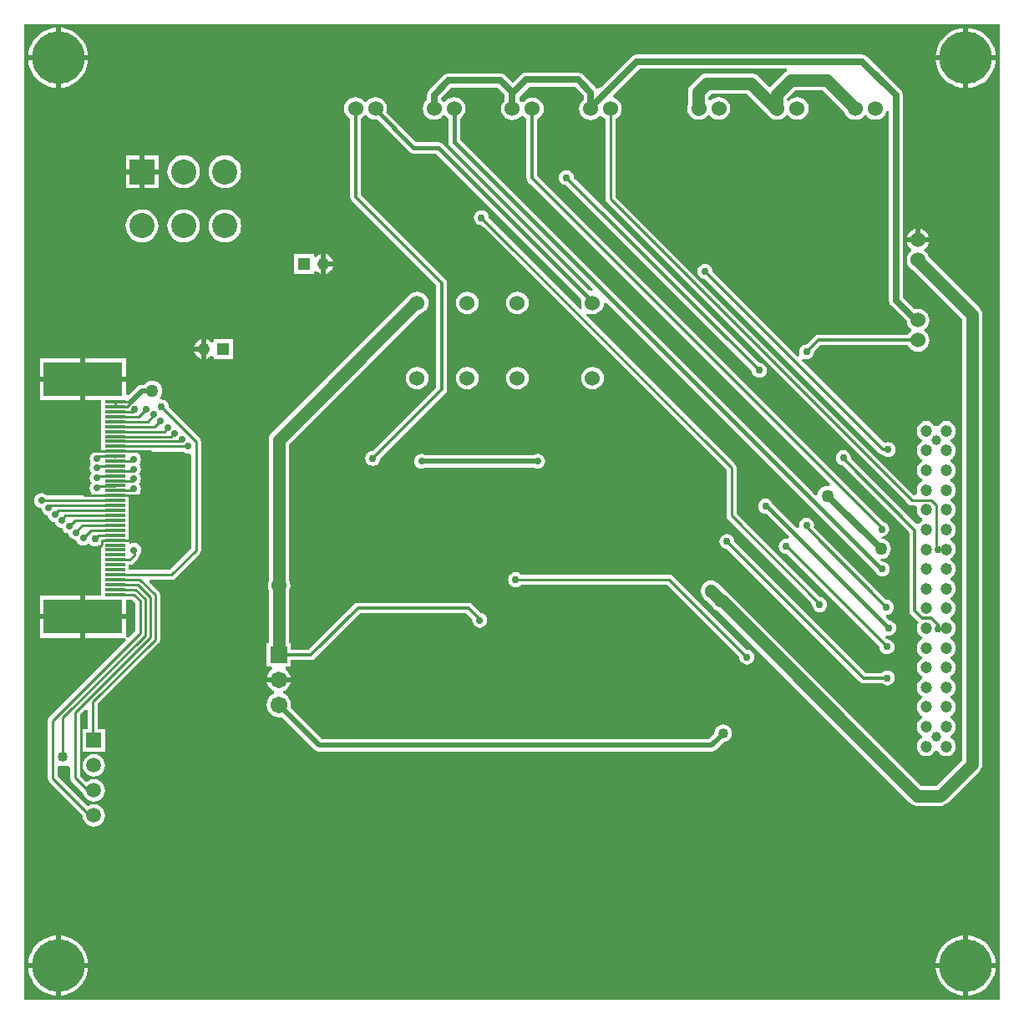
<source format=gbl>
%FSLAX23Y23*%
%MOIN*%
G70*
G01*
G75*
G04 Layer_Physical_Order=2*
G04 Layer_Color=16711680*
%ADD10R,0.063X0.071*%
%ADD11R,0.028X0.035*%
%ADD12R,0.047X0.013*%
%ADD13R,0.071X0.063*%
%ADD14R,0.022X0.057*%
%ADD15R,0.022X0.057*%
%ADD16R,0.315X0.138*%
%ADD17R,0.079X0.012*%
%ADD18R,0.130X0.060*%
%ADD19O,0.028X0.098*%
%ADD20R,0.033X0.039*%
%ADD21R,0.033X0.039*%
%ADD22C,0.060*%
%ADD23R,0.118X0.039*%
%ADD24C,0.010*%
%ADD25C,0.012*%
%ADD26C,0.015*%
%ADD27C,0.050*%
%ADD28C,0.020*%
%ADD29C,0.025*%
%ADD30R,0.049X0.049*%
%ADD31C,0.049*%
%ADD32C,0.067*%
%ADD33R,0.067X0.067*%
%ADD34R,0.100X0.100*%
%ADD35C,0.100*%
%ADD36C,0.210*%
%ADD37R,0.059X0.059*%
%ADD38C,0.059*%
%ADD39C,0.047*%
%ADD40C,0.039*%
%ADD41C,0.030*%
%ADD42C,0.029*%
%ADD43C,0.040*%
%ADD44C,0.050*%
G36*
X3759Y-136D02*
X-135Y-136D01*
X-135Y3757D01*
X3759Y3757D01*
X3759Y-136D01*
X3759Y-136D02*
G37*
%LPC*%
G36*
X1913Y2042D02*
X1905Y2041D01*
X1898Y2038D01*
X1898Y2037D01*
X1465Y2037D01*
X1465Y2038D01*
X1458Y2041D01*
X1450Y2042D01*
X1442Y2041D01*
X1435Y2038D01*
X1429Y2033D01*
X1424Y2027D01*
X1421Y2020D01*
X1420Y2012D01*
X1421Y2004D01*
X1424Y1997D01*
X1429Y1991D01*
X1435Y1986D01*
X1442Y1983D01*
X1450Y1982D01*
X1458Y1983D01*
X1465Y1986D01*
X1465Y1987D01*
X1898Y1987D01*
X1898Y1986D01*
X1905Y1983D01*
X1913Y1982D01*
X1921Y1983D01*
X1928Y1986D01*
X1934Y1991D01*
X1939Y1997D01*
X1942Y2004D01*
X1943Y2012D01*
X1942Y2020D01*
X1939Y2027D01*
X1934Y2033D01*
X1928Y2038D01*
X1921Y2041D01*
X1913Y2042D01*
X1913Y2042D02*
G37*
G36*
X89Y2329D02*
X-73Y2329D01*
X-73Y2255D01*
X89Y2255D01*
X89Y2329D01*
X89Y2329D02*
G37*
G36*
X375Y2334D02*
X365Y2333D01*
X355Y2329D01*
X346Y2323D01*
X343Y2317D01*
X333Y2317D01*
X323Y2316D01*
X315Y2310D01*
X281Y2276D01*
X272Y2280D01*
X272Y2329D01*
X109Y2329D01*
X109Y2255D01*
X171Y2255D01*
X171Y2231D01*
X171Y2189D01*
X171Y2152D01*
X171Y2110D01*
X171Y2090D01*
X171Y2071D01*
X171Y2052D01*
X158Y2052D01*
X155Y2053D01*
X147Y2052D01*
X140Y2049D01*
X134Y2044D01*
X129Y2038D01*
X126Y2031D01*
X125Y2023D01*
X126Y2015D01*
X129Y2008D01*
X132Y2004D01*
X129Y2000D01*
X126Y1993D01*
X125Y1985D01*
X126Y1977D01*
X129Y1970D01*
X133Y1965D01*
X129Y1960D01*
X126Y1953D01*
X125Y1945D01*
X126Y1937D01*
X129Y1930D01*
X133Y1925D01*
X129Y1920D01*
X126Y1913D01*
X125Y1905D01*
X126Y1897D01*
X129Y1890D01*
X133Y1885D01*
X131Y1880D01*
X128Y1876D01*
X-46Y1876D01*
X-46Y1876D01*
X-52Y1881D01*
X-59Y1884D01*
X-67Y1885D01*
X-75Y1884D01*
X-82Y1881D01*
X-88Y1876D01*
X-93Y1870D01*
X-96Y1863D01*
X-97Y1855D01*
X-96Y1847D01*
X-93Y1840D01*
X-88Y1834D01*
X-82Y1829D01*
X-75Y1826D01*
X-68Y1825D01*
X-67Y1819D01*
X-64Y1812D01*
X-59Y1806D01*
X-53Y1801D01*
X-46Y1798D01*
X-42Y1798D01*
X-42Y1792D01*
X-39Y1785D01*
X-34Y1779D01*
X-28Y1774D01*
X-21Y1771D01*
X-14Y1770D01*
X-14Y1769D01*
X-11Y1762D01*
X-6Y1756D01*
X0Y1751D01*
X7Y1748D01*
X14Y1747D01*
X14Y1746D01*
X17Y1739D01*
X22Y1733D01*
X28Y1728D01*
X35Y1725D01*
X42Y1724D01*
X42Y1720D01*
X45Y1713D01*
X50Y1707D01*
X56Y1702D01*
X63Y1699D01*
X71Y1698D01*
X71Y1698D01*
X74Y1691D01*
X79Y1685D01*
X85Y1680D01*
X92Y1677D01*
X100Y1676D01*
X108Y1677D01*
X115Y1680D01*
X121Y1685D01*
X121Y1685D01*
X125Y1681D01*
X125Y1681D01*
X125Y1681D01*
X125Y1681D01*
X131Y1676D01*
X138Y1673D01*
X146Y1672D01*
X154Y1673D01*
X161Y1676D01*
X162Y1677D01*
X171Y1672D01*
X171Y1657D01*
X171Y1640D01*
X171Y1598D01*
X171Y1579D01*
X171Y1561D01*
X171Y1520D01*
X171Y1480D01*
X171Y1476D01*
X109Y1476D01*
X109Y1402D01*
X272Y1402D01*
X272Y1461D01*
X280Y1461D01*
X280Y1461D01*
X291Y1461D01*
X306Y1446D01*
X306Y1334D01*
X281Y1309D01*
X275Y1311D01*
X275Y1311D01*
X272Y1313D01*
X272Y1382D01*
X109Y1382D01*
X109Y1308D01*
X267Y1308D01*
X268Y1304D01*
X268Y1304D01*
X271Y1298D01*
X-35Y992D01*
X-40Y986D01*
X-41Y978D01*
X-41Y747D01*
X-41Y747D01*
X-41Y747D01*
X-40Y739D01*
X-35Y733D01*
X97Y600D01*
X97Y599D01*
X99Y587D01*
X103Y577D01*
X110Y567D01*
X120Y560D01*
X130Y556D01*
X142Y554D01*
X154Y556D01*
X164Y560D01*
X174Y567D01*
X181Y577D01*
X185Y587D01*
X187Y599D01*
X185Y611D01*
X181Y621D01*
X174Y631D01*
X164Y638D01*
X154Y642D01*
X142Y644D01*
X130Y642D01*
X120Y638D01*
X118Y637D01*
X-1Y755D01*
X-1Y793D01*
X8Y799D01*
X10Y798D01*
X19Y797D01*
X28Y798D01*
X37Y801D01*
X46Y790D01*
X46Y750D01*
X46Y750D01*
X46Y750D01*
X47Y742D01*
X52Y736D01*
X98Y689D01*
X99Y687D01*
X103Y677D01*
X110Y667D01*
X120Y660D01*
X130Y656D01*
X142Y654D01*
X154Y656D01*
X164Y660D01*
X174Y667D01*
X181Y677D01*
X185Y687D01*
X187Y699D01*
X185Y711D01*
X181Y721D01*
X174Y731D01*
X164Y738D01*
X154Y742D01*
X142Y744D01*
X130Y742D01*
X120Y738D01*
X112Y732D01*
X86Y758D01*
X86Y1001D01*
X109Y1024D01*
X119Y1020D01*
X119Y944D01*
X97Y944D01*
X97Y854D01*
X187Y854D01*
X187Y944D01*
X159Y944D01*
X159Y1045D01*
X400Y1286D01*
X400Y1286D01*
X403Y1290D01*
X405Y1293D01*
X406Y1301D01*
X406Y1301D01*
X406Y1301D01*
X406Y1301D01*
X406Y1479D01*
X405Y1487D01*
X400Y1494D01*
X364Y1531D01*
X367Y1540D01*
X452Y1540D01*
X460Y1541D01*
X467Y1546D01*
X467Y1546D01*
X467Y1546D01*
X564Y1644D01*
X564Y1644D01*
X569Y1650D01*
X569Y1650D01*
X569Y1650D01*
X570Y1658D01*
X570Y1658D01*
X570Y2091D01*
X569Y2099D01*
X567Y2101D01*
X564Y2105D01*
X564Y2105D01*
X442Y2228D01*
X442Y2229D01*
X441Y2237D01*
X438Y2244D01*
X433Y2250D01*
X427Y2255D01*
X420Y2258D01*
X412Y2259D01*
X410Y2259D01*
X405Y2268D01*
X410Y2274D01*
X414Y2284D01*
X415Y2294D01*
X414Y2304D01*
X410Y2314D01*
X404Y2323D01*
X395Y2329D01*
X385Y2333D01*
X375Y2334D01*
X375Y2334D02*
G37*
G36*
X1432Y2689D02*
X1420Y2688D01*
X1409Y2683D01*
X1400Y2676D01*
X1393Y2667D01*
X851Y2126D01*
X845Y2117D01*
X841Y2107D01*
X840Y2097D01*
X840Y2097D01*
X840Y1534D01*
X837Y1528D01*
X836Y1516D01*
X837Y1504D01*
X840Y1498D01*
X840Y1288D01*
X832Y1288D01*
X832Y1192D01*
X852Y1192D01*
X853Y1188D01*
X855Y1182D01*
X845Y1175D01*
X838Y1164D01*
X833Y1153D01*
X832Y1150D01*
X928Y1150D01*
X927Y1153D01*
X922Y1164D01*
X915Y1175D01*
X905Y1182D01*
X907Y1188D01*
X908Y1192D01*
X928Y1192D01*
X928Y1219D01*
X1009Y1219D01*
X1017Y1220D01*
X1024Y1225D01*
X1024Y1225D01*
X1024Y1225D01*
X1205Y1406D01*
X1628Y1406D01*
X1653Y1381D01*
X1652Y1378D01*
X1653Y1370D01*
X1656Y1363D01*
X1661Y1357D01*
X1667Y1352D01*
X1674Y1349D01*
X1682Y1348D01*
X1690Y1349D01*
X1697Y1352D01*
X1703Y1357D01*
X1708Y1363D01*
X1711Y1370D01*
X1712Y1378D01*
X1711Y1386D01*
X1708Y1393D01*
X1703Y1399D01*
X1697Y1404D01*
X1690Y1407D01*
X1687Y1407D01*
X1652Y1442D01*
X1645Y1447D01*
X1637Y1448D01*
X1196Y1448D01*
X1188Y1447D01*
X1181Y1442D01*
X1000Y1261D01*
X928Y1261D01*
X928Y1288D01*
X920Y1288D01*
X920Y1493D01*
X925Y1504D01*
X926Y1516D01*
X925Y1528D01*
X920Y1539D01*
X920Y2080D01*
X1440Y2600D01*
X1444Y2600D01*
X1455Y2605D01*
X1464Y2612D01*
X1471Y2621D01*
X1476Y2632D01*
X1477Y2644D01*
X1476Y2656D01*
X1471Y2667D01*
X1464Y2676D01*
X1455Y2683D01*
X1444Y2688D01*
X1432Y2689D01*
X1432Y2689D02*
G37*
G36*
X89Y1476D02*
X-73Y1476D01*
X-73Y1402D01*
X89Y1402D01*
X89Y1476D01*
X89Y1476D02*
G37*
G36*
X2823Y1863D02*
X2815Y1862D01*
X2808Y1859D01*
X2802Y1854D01*
X2797Y1848D01*
X2794Y1841D01*
X2793Y1833D01*
X2794Y1825D01*
X2797Y1818D01*
X2802Y1812D01*
X2808Y1807D01*
X2815Y1804D01*
X2823Y1803D01*
X2825Y1803D01*
X2917Y1712D01*
X2913Y1702D01*
X2905Y1703D01*
X2897Y1702D01*
X2890Y1699D01*
X2884Y1694D01*
X2879Y1688D01*
X2876Y1681D01*
X2875Y1673D01*
X2876Y1665D01*
X2879Y1658D01*
X2884Y1652D01*
X2890Y1647D01*
X2897Y1644D01*
X2905Y1643D01*
X2906Y1643D01*
X3277Y1272D01*
X3278Y1264D01*
X3281Y1257D01*
X3286Y1251D01*
X3292Y1246D01*
X3299Y1243D01*
X3307Y1242D01*
X3315Y1243D01*
X3322Y1246D01*
X3328Y1251D01*
X3333Y1257D01*
X3336Y1264D01*
X3337Y1272D01*
X3336Y1280D01*
X3333Y1287D01*
X3328Y1293D01*
X3322Y1298D01*
X3315Y1301D01*
X3307Y1302D01*
X3299Y1310D01*
X3305Y1318D01*
X3306Y1318D01*
X3314Y1317D01*
X3322Y1318D01*
X3329Y1321D01*
X3335Y1326D01*
X3340Y1332D01*
X3343Y1339D01*
X3344Y1347D01*
X3343Y1355D01*
X3340Y1362D01*
X3335Y1368D01*
X3329Y1373D01*
X3322Y1376D01*
X3317Y1377D01*
X3304Y1390D01*
X3305Y1400D01*
X3313Y1401D01*
X3320Y1404D01*
X3326Y1409D01*
X3331Y1415D01*
X3334Y1422D01*
X3335Y1430D01*
X3334Y1438D01*
X3331Y1445D01*
X3326Y1451D01*
X3320Y1456D01*
X3313Y1459D01*
X3305Y1460D01*
X3015Y1750D01*
X3016Y1757D01*
X3015Y1765D01*
X3012Y1772D01*
X3007Y1778D01*
X3001Y1783D01*
X2994Y1786D01*
X2986Y1787D01*
X2978Y1786D01*
X2971Y1783D01*
X2965Y1778D01*
X2960Y1772D01*
X2957Y1765D01*
X2956Y1757D01*
X2957Y1750D01*
X2948Y1746D01*
X2852Y1841D01*
X2849Y1848D01*
X2844Y1854D01*
X2838Y1859D01*
X2831Y1862D01*
X2823Y1863D01*
X2823Y1863D02*
G37*
G36*
X1432Y2389D02*
X1420Y2388D01*
X1409Y2383D01*
X1400Y2376D01*
X1393Y2367D01*
X1388Y2356D01*
X1387Y2344D01*
X1388Y2332D01*
X1393Y2321D01*
X1400Y2312D01*
X1409Y2305D01*
X1420Y2300D01*
X1432Y2299D01*
X1444Y2300D01*
X1455Y2305D01*
X1464Y2312D01*
X1471Y2321D01*
X1476Y2332D01*
X1477Y2344D01*
X1476Y2356D01*
X1471Y2367D01*
X1464Y2376D01*
X1455Y2383D01*
X1444Y2388D01*
X1432Y2389D01*
X1432Y2389D02*
G37*
G36*
X2028Y3174D02*
X2020Y3173D01*
X2013Y3170D01*
X2007Y3165D01*
X2002Y3159D01*
X1999Y3152D01*
X1998Y3144D01*
X1999Y3136D01*
X2002Y3129D01*
X2007Y3123D01*
X2013Y3118D01*
X2020Y3115D01*
X2028Y3114D01*
X2768Y2374D01*
X2769Y2367D01*
X2772Y2360D01*
X2777Y2354D01*
X2783Y2349D01*
X2790Y2346D01*
X2798Y2345D01*
X2806Y2346D01*
X2813Y2349D01*
X2819Y2354D01*
X2824Y2360D01*
X2827Y2367D01*
X2828Y2375D01*
X2827Y2383D01*
X2824Y2390D01*
X2819Y2396D01*
X2813Y2401D01*
X2806Y2404D01*
X2798Y2405D01*
X2797Y2405D01*
X2058Y3144D01*
X2057Y3152D01*
X2054Y3159D01*
X2049Y3165D01*
X2043Y3170D01*
X2036Y3173D01*
X2028Y3174D01*
X2028Y3174D02*
G37*
G36*
X89Y2423D02*
X-73Y2423D01*
X-73Y2349D01*
X89Y2349D01*
X89Y2423D01*
X89Y2423D02*
G37*
G36*
X272Y2423D02*
X109Y2423D01*
X109Y2349D01*
X272Y2349D01*
X272Y2423D01*
X272Y2423D02*
G37*
G36*
X1632Y2389D02*
X1620Y2388D01*
X1609Y2383D01*
X1600Y2376D01*
X1593Y2367D01*
X1588Y2356D01*
X1587Y2344D01*
X1588Y2332D01*
X1593Y2321D01*
X1600Y2312D01*
X1609Y2305D01*
X1620Y2300D01*
X1632Y2299D01*
X1644Y2300D01*
X1655Y2305D01*
X1664Y2312D01*
X1671Y2321D01*
X1676Y2332D01*
X1677Y2344D01*
X1676Y2356D01*
X1671Y2367D01*
X1664Y2376D01*
X1655Y2383D01*
X1644Y2388D01*
X1632Y2389D01*
X1632Y2389D02*
G37*
G36*
X1832Y2389D02*
X1820Y2388D01*
X1809Y2383D01*
X1800Y2376D01*
X1793Y2367D01*
X1788Y2356D01*
X1787Y2344D01*
X1788Y2332D01*
X1793Y2321D01*
X1800Y2312D01*
X1809Y2305D01*
X1820Y2300D01*
X1832Y2299D01*
X1844Y2300D01*
X1855Y2305D01*
X1864Y2312D01*
X1871Y2321D01*
X1876Y2332D01*
X1877Y2344D01*
X1876Y2356D01*
X1871Y2367D01*
X1864Y2376D01*
X1855Y2383D01*
X1844Y2388D01*
X1832Y2389D01*
X1832Y2389D02*
G37*
G36*
X2132Y2389D02*
X2120Y2388D01*
X2109Y2383D01*
X2100Y2376D01*
X2093Y2367D01*
X2088Y2356D01*
X2087Y2344D01*
X2088Y2332D01*
X2093Y2321D01*
X2100Y2312D01*
X2109Y2305D01*
X2120Y2300D01*
X2132Y2299D01*
X2144Y2300D01*
X2155Y2305D01*
X2164Y2312D01*
X2171Y2321D01*
X2176Y2332D01*
X2177Y2344D01*
X2176Y2356D01*
X2171Y2367D01*
X2164Y2376D01*
X2155Y2383D01*
X2144Y2388D01*
X2132Y2389D01*
X2132Y2389D02*
G37*
G36*
X89Y1382D02*
X-73Y1382D01*
X-73Y1308D01*
X89Y1308D01*
X89Y1382D01*
X89Y1382D02*
G37*
G36*
X3741Y-10D02*
X3632Y-10D01*
X3632Y-120D01*
X3641Y-119D01*
X3659Y-115D01*
X3677Y-107D01*
X3693Y-98D01*
X3707Y-85D01*
X3719Y-71D01*
X3729Y-55D01*
X3736Y-37D01*
X3741Y-19D01*
X3741Y-10D01*
X3741Y-10D02*
G37*
G36*
X-10Y119D02*
X-19Y119D01*
X-37Y114D01*
X-55Y107D01*
X-71Y97D01*
X-85Y85D01*
X-98Y71D01*
X-107Y54D01*
X-115Y37D01*
X-119Y19D01*
X-120Y10D01*
X-10Y10D01*
X-10Y119D01*
X-10Y119D02*
G37*
G36*
X10Y119D02*
X10Y10D01*
X119Y10D01*
X119Y19D01*
X114Y37D01*
X107Y54D01*
X97Y71D01*
X85Y85D01*
X71Y97D01*
X54Y107D01*
X37Y114D01*
X19Y119D01*
X10Y119D01*
X10Y119D02*
G37*
G36*
X-10Y-10D02*
X-120Y-10D01*
X-119Y-19D01*
X-115Y-37D01*
X-107Y-55D01*
X-98Y-71D01*
X-85Y-85D01*
X-71Y-98D01*
X-55Y-107D01*
X-37Y-115D01*
X-19Y-119D01*
X-10Y-120D01*
X-10Y-10D01*
X-10Y-10D02*
G37*
G36*
X119Y-10D02*
X10Y-10D01*
X10Y-120D01*
X19Y-119D01*
X37Y-115D01*
X54Y-107D01*
X71Y-98D01*
X85Y-85D01*
X97Y-71D01*
X107Y-55D01*
X114Y-37D01*
X119Y-19D01*
X119Y-10D01*
X119Y-10D02*
G37*
G36*
X3612Y-10D02*
X3502Y-10D01*
X3503Y-19D01*
X3507Y-37D01*
X3515Y-55D01*
X3524Y-71D01*
X3537Y-85D01*
X3551Y-98D01*
X3567Y-107D01*
X3585Y-115D01*
X3603Y-119D01*
X3612Y-120D01*
X3612Y-10D01*
X3612Y-10D02*
G37*
G36*
X3612Y119D02*
X3603Y119D01*
X3585Y114D01*
X3567Y107D01*
X3551Y97D01*
X3537Y85D01*
X3524Y71D01*
X3515Y54D01*
X3507Y37D01*
X3503Y19D01*
X3502Y10D01*
X3612Y10D01*
X3612Y119D01*
X3612Y119D02*
G37*
G36*
X928Y1130D02*
X832Y1130D01*
X833Y1127D01*
X838Y1116D01*
X845Y1105D01*
X856Y1098D01*
X862Y1095D01*
X862Y1085D01*
X856Y1082D01*
X845Y1075D01*
X838Y1064D01*
X833Y1053D01*
X831Y1040D01*
X833Y1027D01*
X838Y1016D01*
X845Y1005D01*
X856Y998D01*
X867Y993D01*
X880Y991D01*
X891Y993D01*
X1023Y861D01*
X1023Y861D01*
X1023Y861D01*
X1023Y861D01*
X1023Y861D01*
X1023Y861D01*
X1031Y855D01*
X1041Y854D01*
X2607Y854D01*
X2617Y855D01*
X2625Y861D01*
X2656Y892D01*
X2663Y893D01*
X2672Y896D01*
X2679Y902D01*
X2685Y909D01*
X2688Y918D01*
X2689Y927D01*
X2688Y936D01*
X2685Y945D01*
X2679Y952D01*
X2672Y958D01*
X2663Y961D01*
X2654Y962D01*
X2645Y961D01*
X2636Y958D01*
X2629Y952D01*
X2623Y945D01*
X2620Y936D01*
X2619Y927D01*
X2619Y927D01*
X2596Y904D01*
X1052Y904D01*
X927Y1029D01*
X929Y1040D01*
X927Y1053D01*
X922Y1064D01*
X915Y1075D01*
X904Y1082D01*
X898Y1085D01*
X898Y1095D01*
X904Y1098D01*
X915Y1105D01*
X922Y1116D01*
X927Y1127D01*
X928Y1130D01*
X928Y1130D02*
G37*
G36*
X2669Y1722D02*
X2661Y1721D01*
X2654Y1718D01*
X2648Y1713D01*
X2643Y1707D01*
X2640Y1700D01*
X2639Y1692D01*
X2640Y1684D01*
X2643Y1677D01*
X2648Y1671D01*
X2654Y1666D01*
X2661Y1663D01*
X2669Y1662D01*
X3199Y1132D01*
X3206Y1127D01*
X3206Y1127D01*
X3206Y1127D01*
X3206Y1127D01*
X3206Y1127D01*
X3206Y1127D01*
X3214Y1126D01*
X3289Y1126D01*
X3294Y1122D01*
X3301Y1119D01*
X3309Y1118D01*
X3317Y1119D01*
X3324Y1122D01*
X3330Y1127D01*
X3335Y1133D01*
X3338Y1140D01*
X3339Y1148D01*
X3338Y1156D01*
X3335Y1163D01*
X3330Y1169D01*
X3324Y1174D01*
X3317Y1177D01*
X3309Y1178D01*
X3301Y1177D01*
X3294Y1174D01*
X3288Y1169D01*
X3287Y1168D01*
X3223Y1168D01*
X2699Y1692D01*
X2698Y1700D01*
X2695Y1707D01*
X2690Y1713D01*
X2684Y1718D01*
X2677Y1721D01*
X2669Y1722D01*
X2669Y1722D02*
G37*
G36*
X1825Y1570D02*
X1817Y1569D01*
X1810Y1566D01*
X1804Y1561D01*
X1799Y1555D01*
X1796Y1548D01*
X1795Y1540D01*
X1796Y1532D01*
X1799Y1525D01*
X1804Y1519D01*
X1810Y1514D01*
X1817Y1511D01*
X1825Y1510D01*
X1833Y1511D01*
X1840Y1514D01*
X1846Y1519D01*
X1847Y1520D01*
X2431Y1520D01*
X2718Y1232D01*
X2718Y1231D01*
X2719Y1223D01*
X2722Y1216D01*
X2727Y1210D01*
X2733Y1205D01*
X2740Y1202D01*
X2748Y1201D01*
X2756Y1202D01*
X2763Y1205D01*
X2769Y1210D01*
X2774Y1216D01*
X2777Y1223D01*
X2778Y1231D01*
X2777Y1239D01*
X2774Y1246D01*
X2769Y1252D01*
X2763Y1257D01*
X2756Y1260D01*
X2748Y1261D01*
X2747Y1261D01*
X2453Y1554D01*
X2447Y1559D01*
X2439Y1560D01*
X1847Y1560D01*
X1846Y1561D01*
X1840Y1566D01*
X1833Y1569D01*
X1825Y1570D01*
X1825Y1570D02*
G37*
G36*
X3632Y119D02*
X3632Y10D01*
X3741Y10D01*
X3741Y19D01*
X3736Y37D01*
X3729Y54D01*
X3719Y71D01*
X3707Y85D01*
X3693Y97D01*
X3677Y107D01*
X3659Y114D01*
X3641Y119D01*
X3632Y119D01*
X3632Y119D02*
G37*
G36*
X3475Y2885D02*
X3387Y2885D01*
X3387Y2883D01*
X3392Y2872D01*
X3399Y2863D01*
X3403Y2860D01*
X3403Y2850D01*
X3399Y2847D01*
X3392Y2838D01*
X3387Y2827D01*
X3386Y2815D01*
X3387Y2803D01*
X3392Y2792D01*
X3399Y2783D01*
X3408Y2776D01*
X3415Y2773D01*
X3607Y2581D01*
X3607Y821D01*
X3504Y718D01*
X3444Y718D01*
X2679Y1484D01*
X2670Y1490D01*
X2667Y1491D01*
X2634Y1525D01*
X2625Y1531D01*
X2615Y1535D01*
X2605Y1536D01*
X2595Y1535D01*
X2585Y1531D01*
X2576Y1525D01*
X2570Y1516D01*
X2566Y1506D01*
X2565Y1496D01*
X2565Y1496D01*
X2565Y1493D01*
X2565Y1493D01*
X2565Y1493D01*
X2566Y1483D01*
X2570Y1473D01*
X2576Y1464D01*
X2585Y1458D01*
X2587Y1457D01*
X2606Y1438D01*
X2607Y1435D01*
X2613Y1426D01*
X2622Y1420D01*
X2632Y1416D01*
X2632Y1416D01*
X3398Y649D01*
X3398Y649D01*
X3403Y646D01*
X3407Y643D01*
X3417Y639D01*
X3427Y638D01*
X3500Y638D01*
X3508Y637D01*
X3519Y637D01*
X3529Y638D01*
X3539Y642D01*
X3543Y645D01*
X3543Y645D01*
X3552Y651D01*
X3676Y775D01*
X3682Y784D01*
X3686Y794D01*
X3687Y804D01*
X3687Y804D01*
X3687Y2598D01*
X3687Y2598D01*
X3686Y2608D01*
X3682Y2618D01*
X3676Y2627D01*
X3475Y2828D01*
X3470Y2838D01*
X3463Y2847D01*
X3454Y2854D01*
X3454Y2856D01*
X3463Y2863D01*
X3470Y2872D01*
X3475Y2883D01*
X3475Y2885D01*
X3475Y2885D02*
G37*
G36*
X142Y844D02*
X130Y842D01*
X120Y838D01*
X110Y831D01*
X103Y821D01*
X99Y811D01*
X97Y799D01*
X99Y787D01*
X103Y777D01*
X110Y767D01*
X120Y760D01*
X130Y756D01*
X142Y754D01*
X154Y756D01*
X164Y760D01*
X174Y767D01*
X181Y777D01*
X185Y787D01*
X187Y799D01*
X185Y811D01*
X181Y821D01*
X174Y831D01*
X164Y838D01*
X154Y842D01*
X142Y844D01*
X142Y844D02*
G37*
G36*
X325Y3233D02*
X270Y3233D01*
X270Y3178D01*
X325Y3178D01*
X325Y3233D01*
X325Y3233D02*
G37*
G36*
X400Y3233D02*
X345Y3233D01*
X345Y3178D01*
X400Y3178D01*
X400Y3233D01*
X400Y3233D02*
G37*
G36*
X3612Y3612D02*
X3502Y3612D01*
X3503Y3603D01*
X3507Y3585D01*
X3515Y3567D01*
X3524Y3551D01*
X3537Y3537D01*
X3551Y3524D01*
X3567Y3515D01*
X3585Y3507D01*
X3603Y3503D01*
X3612Y3502D01*
X3612Y3612D01*
X3612Y3612D02*
G37*
G36*
X400Y3158D02*
X345Y3158D01*
X345Y3103D01*
X400Y3103D01*
X400Y3158D01*
X400Y3158D02*
G37*
G36*
X500Y3234D02*
X487Y3232D01*
X475Y3229D01*
X464Y3223D01*
X454Y3214D01*
X446Y3205D01*
X440Y3193D01*
X436Y3181D01*
X435Y3168D01*
X436Y3156D01*
X440Y3143D01*
X446Y3132D01*
X454Y3122D01*
X464Y3114D01*
X475Y3108D01*
X487Y3104D01*
X500Y3103D01*
X513Y3104D01*
X525Y3108D01*
X536Y3114D01*
X546Y3122D01*
X554Y3132D01*
X560Y3143D01*
X564Y3156D01*
X565Y3168D01*
X564Y3181D01*
X560Y3193D01*
X554Y3205D01*
X546Y3214D01*
X536Y3223D01*
X525Y3229D01*
X513Y3232D01*
X500Y3234D01*
X500Y3234D02*
G37*
G36*
X665Y3234D02*
X653Y3232D01*
X640Y3229D01*
X629Y3223D01*
X619Y3214D01*
X611Y3205D01*
X605Y3193D01*
X601Y3181D01*
X600Y3168D01*
X601Y3156D01*
X605Y3143D01*
X611Y3132D01*
X619Y3122D01*
X629Y3114D01*
X640Y3108D01*
X653Y3104D01*
X665Y3103D01*
X678Y3104D01*
X690Y3108D01*
X702Y3114D01*
X712Y3122D01*
X720Y3132D01*
X726Y3143D01*
X729Y3156D01*
X731Y3168D01*
X729Y3181D01*
X726Y3193D01*
X720Y3205D01*
X712Y3214D01*
X702Y3223D01*
X690Y3229D01*
X678Y3232D01*
X665Y3234D01*
X665Y3234D02*
G37*
G36*
X325Y3158D02*
X270Y3158D01*
X270Y3103D01*
X325Y3103D01*
X325Y3158D01*
X325Y3158D02*
G37*
G36*
X3741Y3612D02*
X3632Y3612D01*
X3632Y3502D01*
X3641Y3503D01*
X3659Y3507D01*
X3677Y3515D01*
X3693Y3524D01*
X3707Y3537D01*
X3719Y3551D01*
X3729Y3567D01*
X3736Y3585D01*
X3741Y3603D01*
X3741Y3612D01*
X3741Y3612D02*
G37*
G36*
X3632Y3741D02*
X3632Y3632D01*
X3741Y3632D01*
X3741Y3641D01*
X3736Y3659D01*
X3729Y3677D01*
X3719Y3693D01*
X3707Y3707D01*
X3693Y3719D01*
X3677Y3729D01*
X3659Y3736D01*
X3641Y3741D01*
X3632Y3741D01*
X3632Y3741D02*
G37*
G36*
X-10Y3742D02*
X-19Y3742D01*
X-37Y3737D01*
X-55Y3730D01*
X-71Y3720D01*
X-85Y3708D01*
X-98Y3694D01*
X-107Y3678D01*
X-115Y3660D01*
X-119Y3642D01*
X-120Y3633D01*
X-10Y3633D01*
X-10Y3742D01*
X-10Y3742D02*
G37*
G36*
X10Y3742D02*
X10Y3633D01*
X119Y3633D01*
X119Y3642D01*
X114Y3660D01*
X107Y3678D01*
X97Y3694D01*
X85Y3708D01*
X71Y3720D01*
X54Y3730D01*
X37Y3737D01*
X19Y3742D01*
X10Y3742D01*
X10Y3742D02*
G37*
G36*
X3612Y3741D02*
X3603Y3741D01*
X3585Y3736D01*
X3567Y3729D01*
X3551Y3719D01*
X3537Y3707D01*
X3524Y3693D01*
X3515Y3677D01*
X3507Y3659D01*
X3503Y3641D01*
X3502Y3632D01*
X3612Y3632D01*
X3612Y3741D01*
X3612Y3741D02*
G37*
G36*
X-10Y3613D02*
X-120Y3613D01*
X-119Y3604D01*
X-115Y3586D01*
X-107Y3568D01*
X-98Y3552D01*
X-85Y3538D01*
X-71Y3525D01*
X-55Y3516D01*
X-37Y3508D01*
X-19Y3504D01*
X-10Y3503D01*
X-10Y3613D01*
X-10Y3613D02*
G37*
G36*
X119Y3613D02*
X10Y3613D01*
X10Y3503D01*
X19Y3504D01*
X37Y3508D01*
X54Y3516D01*
X71Y3525D01*
X85Y3538D01*
X97Y3552D01*
X107Y3568D01*
X114Y3586D01*
X119Y3604D01*
X119Y3613D01*
X119Y3613D02*
G37*
G36*
X3209Y3635D02*
X2309Y3635D01*
X2302Y3634D01*
X2295Y3631D01*
X2289Y3627D01*
X2169Y3506D01*
X2149Y3498D01*
X2145Y3504D01*
X2093Y3556D01*
X2087Y3560D01*
X2084Y3561D01*
X2080Y3563D01*
X2073Y3564D01*
X1869Y3564D01*
X1862Y3563D01*
X1855Y3560D01*
X1849Y3556D01*
X1815Y3521D01*
X1785Y3552D01*
X1779Y3556D01*
X1776Y3557D01*
X1772Y3559D01*
X1765Y3560D01*
X1558Y3560D01*
X1551Y3559D01*
X1547Y3557D01*
X1544Y3556D01*
X1538Y3552D01*
X1480Y3494D01*
X1476Y3488D01*
X1475Y3485D01*
X1473Y3481D01*
X1472Y3474D01*
X1472Y3455D01*
X1468Y3452D01*
X1461Y3443D01*
X1456Y3432D01*
X1455Y3420D01*
X1456Y3408D01*
X1461Y3397D01*
X1468Y3388D01*
X1477Y3381D01*
X1488Y3376D01*
X1500Y3375D01*
X1512Y3376D01*
X1523Y3381D01*
X1532Y3388D01*
X1535Y3392D01*
X1545Y3392D01*
X1548Y3388D01*
X1557Y3381D01*
X1557Y3286D01*
X1559Y3277D01*
X1564Y3270D01*
X1564Y3270D01*
X1564Y3270D01*
X2133Y2700D01*
X2132Y2693D01*
X2131Y2692D01*
X2115Y2697D01*
X1533Y3279D01*
X1526Y3284D01*
X1517Y3286D01*
X1428Y3286D01*
X1308Y3405D01*
X1310Y3408D01*
X1311Y3420D01*
X1310Y3432D01*
X1305Y3443D01*
X1298Y3452D01*
X1289Y3459D01*
X1278Y3464D01*
X1266Y3465D01*
X1254Y3464D01*
X1243Y3459D01*
X1234Y3452D01*
X1231Y3448D01*
X1221Y3448D01*
X1218Y3452D01*
X1209Y3459D01*
X1198Y3464D01*
X1186Y3465D01*
X1174Y3464D01*
X1163Y3459D01*
X1154Y3452D01*
X1147Y3443D01*
X1142Y3432D01*
X1141Y3420D01*
X1142Y3408D01*
X1147Y3397D01*
X1154Y3388D01*
X1163Y3381D01*
X1165Y3380D01*
X1165Y3068D01*
X1166Y3060D01*
X1171Y3053D01*
X1509Y2715D01*
X1509Y2308D01*
X1255Y2054D01*
X1247Y2053D01*
X1240Y2050D01*
X1234Y2045D01*
X1229Y2039D01*
X1226Y2032D01*
X1225Y2024D01*
X1226Y2016D01*
X1229Y2009D01*
X1234Y2003D01*
X1240Y1998D01*
X1247Y1995D01*
X1255Y1994D01*
X1263Y1995D01*
X1270Y1998D01*
X1276Y2003D01*
X1281Y2009D01*
X1284Y2016D01*
X1285Y2024D01*
X1545Y2284D01*
X1550Y2291D01*
X1550Y2291D01*
X1550Y2291D01*
X1551Y2299D01*
X1551Y2724D01*
X1550Y2732D01*
X1545Y2739D01*
X1207Y3077D01*
X1207Y3380D01*
X1209Y3381D01*
X1218Y3388D01*
X1221Y3392D01*
X1231Y3392D01*
X1234Y3388D01*
X1243Y3381D01*
X1254Y3376D01*
X1266Y3375D01*
X1273Y3376D01*
X1402Y3247D01*
X1409Y3242D01*
X1418Y3240D01*
X1507Y3240D01*
X2089Y2658D01*
X2088Y2656D01*
X2087Y2644D01*
X2088Y2632D01*
X2091Y2624D01*
X2083Y2619D01*
X1719Y2983D01*
X1719Y2984D01*
X1718Y2992D01*
X1715Y2999D01*
X1710Y3005D01*
X1704Y3010D01*
X1697Y3013D01*
X1689Y3014D01*
X1681Y3013D01*
X1674Y3010D01*
X1668Y3005D01*
X1663Y2999D01*
X1660Y2992D01*
X1659Y2984D01*
X1660Y2976D01*
X1663Y2969D01*
X1668Y2963D01*
X1674Y2958D01*
X1681Y2955D01*
X1689Y2954D01*
X1690Y2954D01*
X2666Y1979D01*
X2666Y1796D01*
X2666Y1796D01*
X2666Y1796D01*
X2667Y1788D01*
X2672Y1782D01*
X3009Y1444D01*
X3009Y1440D01*
X3010Y1432D01*
X3013Y1425D01*
X3018Y1419D01*
X3024Y1414D01*
X3031Y1411D01*
X3039Y1410D01*
X3047Y1411D01*
X3054Y1414D01*
X3060Y1419D01*
X3065Y1425D01*
X3068Y1432D01*
X3069Y1440D01*
X3068Y1448D01*
X3065Y1455D01*
X3060Y1461D01*
X3054Y1466D01*
X3047Y1469D01*
X3041Y1470D01*
X2706Y1804D01*
X2706Y1987D01*
X2705Y1995D01*
X2700Y2001D01*
X2107Y2595D01*
X2112Y2603D01*
X2120Y2600D01*
X2132Y2599D01*
X2144Y2600D01*
X2155Y2605D01*
X2164Y2612D01*
X2171Y2621D01*
X2176Y2632D01*
X2177Y2644D01*
X2179Y2644D01*
X2188Y2645D01*
X3260Y1574D01*
X3263Y1567D01*
X3268Y1561D01*
X3274Y1556D01*
X3281Y1553D01*
X3289Y1552D01*
X3297Y1553D01*
X3304Y1556D01*
X3310Y1561D01*
X3315Y1567D01*
X3318Y1574D01*
X3319Y1582D01*
X3318Y1590D01*
X3315Y1597D01*
X3310Y1603D01*
X3304Y1608D01*
X3297Y1611D01*
X3289Y1612D01*
X3288Y1612D01*
X3282Y1620D01*
X3283Y1623D01*
X3293Y1624D01*
X3303Y1628D01*
X3312Y1634D01*
X3318Y1643D01*
X3322Y1653D01*
X3323Y1663D01*
X3322Y1673D01*
X3318Y1683D01*
X3312Y1692D01*
X3303Y1698D01*
X3293Y1702D01*
X3285Y1703D01*
X3286Y1711D01*
X3294Y1712D01*
X3301Y1715D01*
X3307Y1720D01*
X3312Y1726D01*
X3315Y1733D01*
X3316Y1741D01*
X3315Y1749D01*
X3312Y1756D01*
X3307Y1762D01*
X3301Y1767D01*
X3294Y1770D01*
X3293Y1770D01*
X1911Y3152D01*
X1911Y3378D01*
X1915Y3380D01*
X1924Y3387D01*
X1931Y3396D01*
X1936Y3407D01*
X1937Y3419D01*
X1936Y3431D01*
X1931Y3442D01*
X1924Y3451D01*
X1915Y3458D01*
X1904Y3463D01*
X1892Y3464D01*
X1880Y3463D01*
X1869Y3458D01*
X1860Y3451D01*
X1857Y3447D01*
X1847Y3447D01*
X1844Y3451D01*
X1840Y3454D01*
X1840Y3468D01*
X1880Y3508D01*
X2062Y3508D01*
X2097Y3473D01*
X2097Y3455D01*
X2092Y3451D01*
X2085Y3442D01*
X2080Y3431D01*
X2079Y3419D01*
X2080Y3407D01*
X2085Y3396D01*
X2092Y3387D01*
X2101Y3380D01*
X2112Y3375D01*
X2124Y3374D01*
X2136Y3375D01*
X2147Y3380D01*
X2156Y3387D01*
X2159Y3391D01*
X2169Y3391D01*
X2172Y3387D01*
X2181Y3380D01*
X2184Y3379D01*
X2184Y3059D01*
X2184Y3059D01*
X2184Y3059D01*
X2185Y3051D01*
X2190Y3045D01*
X3392Y1843D01*
X3398Y1838D01*
X3406Y1837D01*
X3422Y1837D01*
X3427Y1829D01*
X3426Y1819D01*
X3427Y1809D01*
X3431Y1799D01*
X3437Y1791D01*
X3445Y1785D01*
X3447Y1785D01*
X3447Y1775D01*
X3445Y1774D01*
X3437Y1768D01*
X3434Y1763D01*
X3424Y1763D01*
X3163Y2023D01*
X3163Y2026D01*
X3162Y2034D01*
X3159Y2041D01*
X3154Y2047D01*
X3148Y2052D01*
X3141Y2055D01*
X3133Y2056D01*
X3125Y2055D01*
X3118Y2052D01*
X3112Y2047D01*
X3107Y2041D01*
X3104Y2034D01*
X3103Y2026D01*
X3104Y2018D01*
X3107Y2011D01*
X3112Y2005D01*
X3118Y2000D01*
X3125Y1997D01*
X3130Y1996D01*
X3398Y1728D01*
X3398Y1415D01*
X3399Y1407D01*
X3399Y1407D01*
X3399Y1407D01*
X3404Y1400D01*
X3433Y1371D01*
X3433Y1369D01*
X3431Y1366D01*
X3427Y1357D01*
X3426Y1347D01*
X3427Y1336D01*
X3431Y1327D01*
X3437Y1319D01*
X3445Y1313D01*
X3447Y1312D01*
X3447Y1302D01*
X3445Y1302D01*
X3437Y1295D01*
X3431Y1287D01*
X3427Y1278D01*
X3426Y1268D01*
X3427Y1258D01*
X3431Y1248D01*
X3437Y1240D01*
X3445Y1234D01*
X3447Y1233D01*
X3447Y1223D01*
X3445Y1223D01*
X3437Y1217D01*
X3431Y1209D01*
X3427Y1199D01*
X3426Y1189D01*
X3427Y1179D01*
X3431Y1170D01*
X3437Y1161D01*
X3445Y1155D01*
X3447Y1155D01*
X3447Y1145D01*
X3445Y1144D01*
X3437Y1138D01*
X3431Y1130D01*
X3427Y1120D01*
X3426Y1110D01*
X3427Y1100D01*
X3431Y1091D01*
X3437Y1083D01*
X3445Y1077D01*
X3447Y1076D01*
X3447Y1066D01*
X3445Y1065D01*
X3437Y1059D01*
X3431Y1051D01*
X3427Y1042D01*
X3426Y1032D01*
X3427Y1021D01*
X3431Y1012D01*
X3437Y1004D01*
X3445Y998D01*
X3447Y997D01*
X3447Y987D01*
X3445Y987D01*
X3437Y980D01*
X3431Y972D01*
X3427Y963D01*
X3426Y953D01*
X3427Y943D01*
X3431Y933D01*
X3437Y925D01*
X3445Y919D01*
X3447Y918D01*
X3447Y908D01*
X3445Y908D01*
X3437Y902D01*
X3431Y894D01*
X3427Y884D01*
X3426Y874D01*
X3427Y864D01*
X3431Y855D01*
X3437Y847D01*
X3445Y840D01*
X3455Y836D01*
X3465Y835D01*
X3475Y836D01*
X3484Y840D01*
X3492Y847D01*
X3498Y855D01*
X3499Y856D01*
X3509Y856D01*
X3510Y855D01*
X3516Y847D01*
X3524Y840D01*
X3533Y836D01*
X3543Y835D01*
X3553Y836D01*
X3563Y840D01*
X3571Y847D01*
X3577Y855D01*
X3581Y864D01*
X3582Y874D01*
X3581Y884D01*
X3577Y894D01*
X3571Y902D01*
X3563Y908D01*
X3561Y909D01*
X3561Y918D01*
X3563Y919D01*
X3571Y925D01*
X3577Y933D01*
X3581Y943D01*
X3582Y953D01*
X3581Y963D01*
X3577Y972D01*
X3571Y980D01*
X3563Y987D01*
X3561Y987D01*
X3561Y997D01*
X3563Y998D01*
X3571Y1004D01*
X3577Y1012D01*
X3581Y1021D01*
X3582Y1032D01*
X3581Y1042D01*
X3577Y1051D01*
X3571Y1059D01*
X3563Y1065D01*
X3561Y1066D01*
X3561Y1076D01*
X3563Y1077D01*
X3571Y1083D01*
X3577Y1091D01*
X3581Y1100D01*
X3582Y1110D01*
X3581Y1120D01*
X3577Y1130D01*
X3571Y1138D01*
X3563Y1144D01*
X3561Y1145D01*
X3561Y1155D01*
X3563Y1155D01*
X3571Y1161D01*
X3577Y1170D01*
X3581Y1179D01*
X3582Y1189D01*
X3581Y1199D01*
X3577Y1209D01*
X3571Y1217D01*
X3563Y1223D01*
X3561Y1224D01*
X3561Y1233D01*
X3563Y1234D01*
X3571Y1240D01*
X3577Y1248D01*
X3581Y1258D01*
X3582Y1268D01*
X3581Y1278D01*
X3577Y1287D01*
X3571Y1295D01*
X3563Y1302D01*
X3561Y1302D01*
X3561Y1312D01*
X3563Y1313D01*
X3571Y1319D01*
X3577Y1327D01*
X3581Y1336D01*
X3582Y1347D01*
X3581Y1357D01*
X3577Y1366D01*
X3571Y1374D01*
X3563Y1380D01*
X3561Y1381D01*
X3561Y1391D01*
X3563Y1392D01*
X3571Y1398D01*
X3577Y1406D01*
X3581Y1415D01*
X3582Y1425D01*
X3581Y1435D01*
X3577Y1445D01*
X3571Y1453D01*
X3563Y1459D01*
X3561Y1460D01*
X3561Y1469D01*
X3563Y1470D01*
X3571Y1476D01*
X3577Y1485D01*
X3581Y1494D01*
X3582Y1504D01*
X3581Y1514D01*
X3577Y1523D01*
X3571Y1532D01*
X3563Y1538D01*
X3561Y1539D01*
X3561Y1548D01*
X3563Y1549D01*
X3571Y1555D01*
X3577Y1563D01*
X3581Y1573D01*
X3582Y1583D01*
X3581Y1593D01*
X3577Y1602D01*
X3571Y1610D01*
X3563Y1616D01*
X3561Y1617D01*
X3561Y1627D01*
X3563Y1628D01*
X3571Y1634D01*
X3577Y1642D01*
X3581Y1651D01*
X3582Y1661D01*
X3581Y1672D01*
X3577Y1681D01*
X3571Y1689D01*
X3563Y1695D01*
X3561Y1696D01*
X3561Y1706D01*
X3563Y1706D01*
X3571Y1713D01*
X3577Y1721D01*
X3581Y1730D01*
X3582Y1740D01*
X3581Y1750D01*
X3577Y1760D01*
X3571Y1768D01*
X3563Y1774D01*
X3561Y1775D01*
X3561Y1784D01*
X3563Y1785D01*
X3571Y1791D01*
X3577Y1799D01*
X3581Y1809D01*
X3582Y1819D01*
X3581Y1829D01*
X3577Y1838D01*
X3571Y1847D01*
X3563Y1853D01*
X3561Y1853D01*
X3561Y1863D01*
X3563Y1864D01*
X3571Y1870D01*
X3577Y1878D01*
X3581Y1888D01*
X3582Y1898D01*
X3581Y1908D01*
X3577Y1917D01*
X3571Y1925D01*
X3563Y1931D01*
X3561Y1932D01*
X3561Y1942D01*
X3563Y1943D01*
X3571Y1949D01*
X3577Y1957D01*
X3581Y1966D01*
X3582Y1976D01*
X3581Y1987D01*
X3577Y1996D01*
X3571Y2004D01*
X3563Y2010D01*
X3561Y2011D01*
X3561Y2021D01*
X3563Y2021D01*
X3571Y2028D01*
X3577Y2036D01*
X3581Y2045D01*
X3582Y2055D01*
X3581Y2065D01*
X3577Y2075D01*
X3571Y2083D01*
X3563Y2089D01*
X3561Y2090D01*
X3561Y2099D01*
X3563Y2100D01*
X3571Y2106D01*
X3577Y2114D01*
X3581Y2124D01*
X3582Y2134D01*
X3581Y2144D01*
X3577Y2153D01*
X3571Y2161D01*
X3563Y2168D01*
X3553Y2172D01*
X3543Y2173D01*
X3533Y2172D01*
X3524Y2168D01*
X3516Y2161D01*
X3510Y2153D01*
X3509Y2152D01*
X3499Y2152D01*
X3498Y2153D01*
X3492Y2161D01*
X3484Y2168D01*
X3475Y2172D01*
X3465Y2173D01*
X3455Y2172D01*
X3445Y2168D01*
X3437Y2161D01*
X3431Y2153D01*
X3427Y2144D01*
X3426Y2134D01*
X3427Y2124D01*
X3431Y2114D01*
X3437Y2106D01*
X3445Y2100D01*
X3447Y2100D01*
X3447Y2090D01*
X3445Y2089D01*
X3437Y2083D01*
X3431Y2075D01*
X3427Y2065D01*
X3426Y2055D01*
X3427Y2045D01*
X3431Y2036D01*
X3437Y2028D01*
X3445Y2021D01*
X3447Y2021D01*
X3447Y2011D01*
X3445Y2010D01*
X3437Y2004D01*
X3431Y1996D01*
X3427Y1987D01*
X3426Y1976D01*
X3427Y1966D01*
X3431Y1957D01*
X3437Y1949D01*
X3445Y1943D01*
X3447Y1942D01*
X3447Y1932D01*
X3445Y1931D01*
X3437Y1925D01*
X3431Y1917D01*
X3427Y1908D01*
X3426Y1898D01*
X3427Y1888D01*
X3428Y1886D01*
X3423Y1879D01*
X3414Y1878D01*
X2224Y3067D01*
X2224Y3379D01*
X2227Y3380D01*
X2236Y3387D01*
X2243Y3396D01*
X2248Y3407D01*
X2249Y3419D01*
X2248Y3431D01*
X2243Y3442D01*
X2236Y3451D01*
X2227Y3458D01*
X2216Y3463D01*
X2213Y3472D01*
X2320Y3579D01*
X2907Y3579D01*
X2909Y3569D01*
X2903Y3567D01*
X2894Y3561D01*
X2894Y3561D01*
X2838Y3504D01*
X2793Y3549D01*
X2784Y3555D01*
X2774Y3559D01*
X2764Y3560D01*
X2764Y3560D01*
X2589Y3560D01*
X2589Y3560D01*
X2579Y3559D01*
X2569Y3555D01*
X2560Y3549D01*
X2560Y3549D01*
X2525Y3514D01*
X2519Y3505D01*
X2515Y3495D01*
X2514Y3485D01*
X2514Y3485D01*
X2514Y3435D01*
X2512Y3432D01*
X2511Y3420D01*
X2512Y3408D01*
X2517Y3397D01*
X2524Y3388D01*
X2533Y3381D01*
X2544Y3376D01*
X2556Y3375D01*
X2568Y3376D01*
X2579Y3381D01*
X2588Y3388D01*
X2591Y3392D01*
X2601Y3392D01*
X2604Y3388D01*
X2613Y3381D01*
X2624Y3376D01*
X2636Y3375D01*
X2648Y3376D01*
X2659Y3381D01*
X2668Y3388D01*
X2675Y3397D01*
X2680Y3408D01*
X2681Y3420D01*
X2680Y3432D01*
X2675Y3443D01*
X2668Y3452D01*
X2659Y3459D01*
X2648Y3464D01*
X2636Y3465D01*
X2624Y3464D01*
X2613Y3459D01*
X2604Y3452D01*
X2604Y3452D01*
X2594Y3455D01*
X2594Y3468D01*
X2606Y3480D01*
X2747Y3480D01*
X2830Y3397D01*
X2837Y3388D01*
X2846Y3381D01*
X2857Y3376D01*
X2869Y3375D01*
X2881Y3376D01*
X2892Y3381D01*
X2901Y3388D01*
X2904Y3392D01*
X2914Y3392D01*
X2917Y3388D01*
X2926Y3381D01*
X2937Y3376D01*
X2949Y3375D01*
X2961Y3376D01*
X2972Y3381D01*
X2981Y3388D01*
X2988Y3397D01*
X2993Y3408D01*
X2994Y3420D01*
X2993Y3432D01*
X2988Y3443D01*
X2981Y3452D01*
X2972Y3459D01*
X2961Y3464D01*
X2949Y3465D01*
X2937Y3464D01*
X2926Y3459D01*
X2917Y3452D01*
X2916Y3451D01*
X2906Y3454D01*
X2906Y3458D01*
X2940Y3492D01*
X3052Y3492D01*
X3138Y3406D01*
X3142Y3397D01*
X3149Y3388D01*
X3158Y3381D01*
X3169Y3376D01*
X3181Y3375D01*
X3193Y3376D01*
X3204Y3381D01*
X3213Y3388D01*
X3216Y3392D01*
X3226Y3392D01*
X3229Y3388D01*
X3238Y3381D01*
X3249Y3376D01*
X3261Y3375D01*
X3273Y3376D01*
X3284Y3381D01*
X3293Y3388D01*
X3300Y3397D01*
X3305Y3408D01*
X3305Y3412D01*
X3315Y3411D01*
X3315Y2654D01*
X3316Y2647D01*
X3318Y2643D01*
X3319Y2640D01*
X3323Y2634D01*
X3386Y2572D01*
X3387Y2563D01*
X3392Y2552D01*
X3399Y2543D01*
X3403Y2540D01*
X3403Y2530D01*
X3399Y2527D01*
X3392Y2518D01*
X3392Y2517D01*
X3033Y2517D01*
X3025Y2516D01*
X3018Y2511D01*
X2986Y2479D01*
X2978Y2478D01*
X2971Y2475D01*
X2965Y2470D01*
X2960Y2464D01*
X2957Y2457D01*
X2956Y2449D01*
X2957Y2441D01*
X2959Y2436D01*
X2950Y2431D01*
X2611Y2770D01*
X2610Y2778D01*
X2607Y2785D01*
X2602Y2791D01*
X2596Y2796D01*
X2589Y2799D01*
X2581Y2800D01*
X2573Y2799D01*
X2566Y2796D01*
X2560Y2791D01*
X2555Y2785D01*
X2552Y2778D01*
X2551Y2770D01*
X2552Y2762D01*
X2555Y2755D01*
X2560Y2749D01*
X2566Y2744D01*
X2573Y2741D01*
X2581Y2740D01*
X3277Y2044D01*
X3284Y2039D01*
X3290Y2038D01*
X3291Y2038D01*
X3297Y2033D01*
X3304Y2030D01*
X3312Y2029D01*
X3320Y2030D01*
X3327Y2033D01*
X3333Y2038D01*
X3338Y2044D01*
X3341Y2051D01*
X3342Y2059D01*
X3341Y2067D01*
X3338Y2074D01*
X3333Y2080D01*
X3327Y2085D01*
X3320Y2088D01*
X3312Y2089D01*
X3304Y2088D01*
X3297Y2085D01*
X3296Y2085D01*
X2968Y2413D01*
X2973Y2422D01*
X2978Y2420D01*
X2986Y2419D01*
X2994Y2420D01*
X3001Y2423D01*
X3007Y2428D01*
X3012Y2434D01*
X3015Y2441D01*
X3016Y2449D01*
X3042Y2475D01*
X3391Y2475D01*
X3392Y2472D01*
X3399Y2463D01*
X3408Y2456D01*
X3419Y2451D01*
X3431Y2450D01*
X3443Y2451D01*
X3454Y2456D01*
X3463Y2463D01*
X3470Y2472D01*
X3475Y2483D01*
X3476Y2495D01*
X3475Y2507D01*
X3470Y2518D01*
X3463Y2527D01*
X3454Y2534D01*
X3454Y2536D01*
X3463Y2543D01*
X3470Y2552D01*
X3475Y2563D01*
X3476Y2575D01*
X3475Y2587D01*
X3470Y2598D01*
X3463Y2607D01*
X3454Y2614D01*
X3443Y2619D01*
X3431Y2620D01*
X3419Y2619D01*
X3418Y2618D01*
X3371Y2665D01*
X3371Y3473D01*
X3370Y3480D01*
X3368Y3484D01*
X3367Y3487D01*
X3363Y3493D01*
X3229Y3627D01*
X3223Y3631D01*
X3220Y3632D01*
X3216Y3634D01*
X3209Y3635D01*
X3209Y3635D02*
G37*
G36*
X1832Y2689D02*
X1820Y2688D01*
X1809Y2683D01*
X1800Y2676D01*
X1793Y2667D01*
X1788Y2656D01*
X1787Y2644D01*
X1788Y2632D01*
X1793Y2621D01*
X1800Y2612D01*
X1809Y2605D01*
X1820Y2600D01*
X1832Y2599D01*
X1844Y2600D01*
X1855Y2605D01*
X1864Y2612D01*
X1871Y2621D01*
X1876Y2632D01*
X1877Y2644D01*
X1876Y2656D01*
X1871Y2667D01*
X1864Y2676D01*
X1855Y2683D01*
X1844Y2688D01*
X1832Y2689D01*
X1832Y2689D02*
G37*
G36*
X1020Y2840D02*
X941Y2840D01*
X941Y2760D01*
X1020Y2760D01*
X1020Y2770D01*
X1030Y2774D01*
X1031Y2772D01*
X1039Y2765D01*
X1049Y2761D01*
X1049Y2761D01*
X1049Y2800D01*
X1049Y2839D01*
X1049Y2839D01*
X1039Y2835D01*
X1031Y2828D01*
X1030Y2826D01*
X1020Y2830D01*
X1020Y2840D01*
X1020Y2840D02*
G37*
G36*
X1098Y2790D02*
X1069Y2790D01*
X1069Y2761D01*
X1070Y2761D01*
X1079Y2765D01*
X1088Y2772D01*
X1094Y2780D01*
X1098Y2790D01*
X1098Y2790D01*
X1098Y2790D02*
G37*
G36*
X1632Y2689D02*
X1620Y2688D01*
X1609Y2683D01*
X1600Y2676D01*
X1593Y2667D01*
X1588Y2656D01*
X1587Y2644D01*
X1588Y2632D01*
X1593Y2621D01*
X1600Y2612D01*
X1609Y2605D01*
X1620Y2600D01*
X1632Y2599D01*
X1644Y2600D01*
X1655Y2605D01*
X1664Y2612D01*
X1671Y2621D01*
X1676Y2632D01*
X1677Y2644D01*
X1676Y2656D01*
X1671Y2667D01*
X1664Y2676D01*
X1655Y2683D01*
X1644Y2688D01*
X1632Y2689D01*
X1632Y2689D02*
G37*
G36*
X571Y2450D02*
X542Y2450D01*
X542Y2450D01*
X546Y2440D01*
X552Y2432D01*
X561Y2425D01*
X570Y2421D01*
X571Y2421D01*
X571Y2450D01*
X571Y2450D02*
G37*
G36*
X571Y2499D02*
X570Y2499D01*
X561Y2495D01*
X552Y2488D01*
X546Y2480D01*
X542Y2470D01*
X542Y2470D01*
X571Y2470D01*
X571Y2499D01*
X571Y2499D02*
G37*
G36*
X699Y2500D02*
X620Y2500D01*
X620Y2490D01*
X610Y2486D01*
X609Y2488D01*
X601Y2495D01*
X591Y2499D01*
X591Y2499D01*
X591Y2460D01*
X591Y2421D01*
X591Y2421D01*
X601Y2425D01*
X609Y2432D01*
X610Y2434D01*
X620Y2430D01*
X620Y2420D01*
X699Y2420D01*
X699Y2500D01*
X699Y2500D02*
G37*
G36*
X1069Y2839D02*
X1069Y2810D01*
X1098Y2810D01*
X1098Y2810D01*
X1094Y2820D01*
X1088Y2828D01*
X1079Y2835D01*
X1070Y2839D01*
X1069Y2839D01*
X1069Y2839D02*
G37*
G36*
X3421Y2939D02*
X3419Y2939D01*
X3408Y2934D01*
X3399Y2927D01*
X3392Y2918D01*
X3387Y2907D01*
X3387Y2905D01*
X3421Y2905D01*
X3421Y2939D01*
X3421Y2939D02*
G37*
G36*
X665Y3017D02*
X653Y3016D01*
X640Y3012D01*
X629Y3006D01*
X619Y2998D01*
X611Y2988D01*
X605Y2977D01*
X601Y2964D01*
X600Y2952D01*
X601Y2939D01*
X605Y2927D01*
X611Y2915D01*
X619Y2906D01*
X629Y2897D01*
X640Y2891D01*
X653Y2888D01*
X665Y2886D01*
X678Y2888D01*
X690Y2891D01*
X702Y2897D01*
X712Y2906D01*
X720Y2915D01*
X726Y2927D01*
X729Y2939D01*
X731Y2952D01*
X729Y2964D01*
X726Y2977D01*
X720Y2988D01*
X712Y2998D01*
X702Y3006D01*
X690Y3012D01*
X678Y3016D01*
X665Y3017D01*
X665Y3017D02*
G37*
G36*
X3441Y2939D02*
X3441Y2905D01*
X3475Y2905D01*
X3475Y2907D01*
X3470Y2918D01*
X3463Y2927D01*
X3454Y2934D01*
X3443Y2939D01*
X3441Y2939D01*
X3441Y2939D02*
G37*
G36*
X335Y3017D02*
X322Y3016D01*
X310Y3012D01*
X298Y3006D01*
X288Y2998D01*
X280Y2988D01*
X274Y2977D01*
X271Y2964D01*
X269Y2952D01*
X271Y2939D01*
X274Y2927D01*
X280Y2915D01*
X288Y2906D01*
X298Y2897D01*
X310Y2891D01*
X322Y2888D01*
X335Y2886D01*
X347Y2888D01*
X360Y2891D01*
X371Y2897D01*
X381Y2906D01*
X389Y2915D01*
X395Y2927D01*
X399Y2939D01*
X400Y2952D01*
X399Y2964D01*
X395Y2977D01*
X389Y2988D01*
X381Y2998D01*
X371Y3006D01*
X360Y3012D01*
X347Y3016D01*
X335Y3017D01*
X335Y3017D02*
G37*
G36*
X500Y3017D02*
X487Y3016D01*
X475Y3012D01*
X464Y3006D01*
X454Y2998D01*
X446Y2988D01*
X440Y2977D01*
X436Y2964D01*
X435Y2952D01*
X436Y2939D01*
X440Y2927D01*
X446Y2915D01*
X454Y2906D01*
X464Y2897D01*
X475Y2891D01*
X487Y2888D01*
X500Y2886D01*
X513Y2888D01*
X525Y2891D01*
X536Y2897D01*
X546Y2906D01*
X554Y2915D01*
X560Y2927D01*
X564Y2939D01*
X565Y2952D01*
X564Y2964D01*
X560Y2977D01*
X554Y2988D01*
X546Y2998D01*
X536Y3006D01*
X525Y3012D01*
X513Y3016D01*
X500Y3017D01*
X500Y3017D02*
G37*
%LPD*%
G36*
X1782Y3476D02*
X1782Y3453D01*
X1780Y3451D01*
X1773Y3442D01*
X1768Y3431D01*
X1767Y3419D01*
X1768Y3407D01*
X1773Y3396D01*
X1780Y3387D01*
X1789Y3380D01*
X1800Y3375D01*
X1812Y3374D01*
X1824Y3375D01*
X1835Y3380D01*
X1844Y3387D01*
X1847Y3391D01*
X1857Y3391D01*
X1860Y3387D01*
X1869Y3380D01*
X1869Y3143D01*
X1870Y3135D01*
X1870Y3135D01*
X1870Y3135D01*
X1875Y3128D01*
X3080Y1923D01*
X3076Y1914D01*
X3070Y1914D01*
X3060Y1913D01*
X3050Y1909D01*
X3041Y1903D01*
X3035Y1894D01*
X3031Y1884D01*
X3031Y1881D01*
X3021Y1877D01*
X1603Y3296D01*
X1603Y3381D01*
X1612Y3388D01*
X1619Y3397D01*
X1624Y3408D01*
X1625Y3420D01*
X1624Y3432D01*
X1619Y3443D01*
X1612Y3452D01*
X1603Y3459D01*
X1592Y3464D01*
X1580Y3465D01*
X1568Y3464D01*
X1557Y3459D01*
X1548Y3452D01*
X1545Y3448D01*
X1535Y3448D01*
X1532Y3452D01*
X1528Y3455D01*
X1528Y3463D01*
X1569Y3504D01*
X1754Y3504D01*
X1782Y3476D01*
X1782Y3476D02*
G37*
G36*
X498Y2051D02*
X504Y2046D01*
X511Y2043D01*
X519Y2042D01*
X522Y2043D01*
X530Y2036D01*
X530Y1666D01*
X444Y1581D01*
X280Y1581D01*
X280Y1598D01*
X280Y1599D01*
X285Y1599D01*
X293Y1600D01*
X300Y1605D01*
X317Y1623D01*
X322Y1629D01*
X322Y1631D01*
X323Y1636D01*
X328Y1642D01*
X331Y1649D01*
X332Y1657D01*
X331Y1665D01*
X328Y1672D01*
X323Y1678D01*
X317Y1683D01*
X310Y1686D01*
X302Y1687D01*
X294Y1686D01*
X288Y1683D01*
X285Y1685D01*
X280Y1692D01*
X280Y1719D01*
X280Y1736D01*
X280Y1778D01*
X280Y1795D01*
X280Y1837D01*
X280Y1854D01*
X280Y1875D01*
X289Y1875D01*
X292Y1873D01*
X300Y1872D01*
X308Y1873D01*
X315Y1876D01*
X321Y1881D01*
X326Y1887D01*
X329Y1894D01*
X330Y1902D01*
X329Y1910D01*
X326Y1917D01*
X322Y1922D01*
X326Y1927D01*
X329Y1934D01*
X330Y1942D01*
X329Y1950D01*
X326Y1957D01*
X322Y1962D01*
X326Y1966D01*
X329Y1973D01*
X330Y1981D01*
X329Y1989D01*
X326Y1996D01*
X322Y2001D01*
X326Y2006D01*
X329Y2013D01*
X330Y2021D01*
X329Y2029D01*
X326Y2036D01*
X321Y2042D01*
X315Y2047D01*
X309Y2049D01*
X309Y2049D01*
X309Y2049D01*
X308Y2050D01*
X309Y2051D01*
X498Y2051D01*
X498Y2051D01*
X498Y2051D02*
G37*
D16*
X99Y1392D02*
D03*
X99Y2339D02*
D03*
D17*
X226Y1481D02*
D03*
X226Y1501D02*
D03*
X226Y1521D02*
D03*
X226Y1541D02*
D03*
X226Y1560D02*
D03*
X226Y1580D02*
D03*
X226Y1600D02*
D03*
X226Y1619D02*
D03*
X226Y1639D02*
D03*
X226Y1659D02*
D03*
X226Y1678D02*
D03*
X226Y1698D02*
D03*
X226Y1718D02*
D03*
X226Y1737D02*
D03*
X226Y1757D02*
D03*
X226Y1777D02*
D03*
X226Y1796D02*
D03*
X226Y1816D02*
D03*
X226Y1836D02*
D03*
X226Y1855D02*
D03*
X226Y1875D02*
D03*
X226Y1895D02*
D03*
X226Y1915D02*
D03*
X226Y1934D02*
D03*
X226Y1954D02*
D03*
X226Y1974D02*
D03*
X226Y1993D02*
D03*
X226Y2013D02*
D03*
X226Y2033D02*
D03*
X226Y2052D02*
D03*
X226Y2072D02*
D03*
X226Y2092D02*
D03*
X226Y2111D02*
D03*
X226Y2131D02*
D03*
X226Y2151D02*
D03*
X226Y2170D02*
D03*
X226Y2190D02*
D03*
X226Y2210D02*
D03*
X226Y2229D02*
D03*
X226Y2249D02*
D03*
D22*
X2132Y2644D02*
D03*
X1832Y2644D02*
D03*
X1632Y2644D02*
D03*
X1432Y2644D02*
D03*
X1432Y2344D02*
D03*
X1632Y2344D02*
D03*
X1832Y2344D02*
D03*
X2132Y2344D02*
D03*
X1500Y3420D02*
D03*
X1580Y3420D02*
D03*
X3181Y3420D02*
D03*
X3261Y3420D02*
D03*
X2556Y3420D02*
D03*
X2636Y3420D02*
D03*
X2869Y3420D02*
D03*
X2949Y3420D02*
D03*
X1812Y3419D02*
D03*
X1892Y3419D02*
D03*
X2124Y3419D02*
D03*
X2204Y3419D02*
D03*
X1186Y3420D02*
D03*
X1266Y3420D02*
D03*
X3431Y2895D02*
D03*
X3431Y2815D02*
D03*
X3431Y2575D02*
D03*
X3431Y2495D02*
D03*
X881Y1516D02*
D03*
D24*
X3039Y1440D02*
X3039Y1443D01*
X2686Y1796D02*
X3039Y1443D01*
X2686Y1796D02*
X2686Y1987D01*
X1689Y2984D02*
X2686Y1987D01*
X225Y2032D02*
X226Y2031D01*
X154Y2032D02*
X225Y2032D01*
X290Y2020D02*
X292Y2021D01*
X225Y2013D02*
X301Y2013D01*
X153Y1994D02*
X225Y1994D01*
X290Y1981D02*
X291Y1981D01*
X225Y1974D02*
X301Y1974D01*
X224Y1954D02*
X225Y1955D01*
X154Y1954D02*
X224Y1954D01*
X290Y1941D02*
X291Y1942D01*
X225Y1934D02*
X300Y1934D01*
X154Y1914D02*
X227Y1914D01*
X228Y1915D01*
X228Y1896D02*
X229Y1895D01*
X299Y1895D01*
X88Y1392D02*
X99Y1392D01*
X43Y2339D02*
X99Y2339D01*
X131Y1737D02*
X226Y1737D01*
X-67Y1855D02*
X225Y1855D01*
X-29Y1836D02*
X226Y1836D01*
X-38Y1827D02*
X-29Y1836D01*
X2Y1816D02*
X226Y1816D01*
X-12Y1802D02*
X2Y1816D01*
X-12Y1802D02*
X-12Y1802D01*
X29Y1796D02*
X226Y1796D01*
X17Y1784D02*
X29Y1796D01*
X68Y1777D02*
X226Y1777D01*
X45Y1754D02*
X68Y1777D01*
X96Y1757D02*
X226Y1757D01*
X71Y1732D02*
X96Y1757D01*
X71Y1728D02*
X71Y1732D01*
X100Y1706D02*
X131Y1737D01*
X321Y2190D02*
X352Y2221D01*
X356Y2170D02*
X381Y2195D01*
X226Y2170D02*
X356Y2170D01*
X384Y2150D02*
X407Y2173D01*
X226Y2150D02*
X384Y2150D01*
X423Y2131D02*
X435Y2143D01*
X226Y2131D02*
X423Y2131D01*
X450Y2111D02*
X464Y2125D01*
X226Y2111D02*
X450Y2111D01*
X227Y2072D02*
X519Y2072D01*
X226Y2190D02*
X321Y2190D01*
X234Y1541D02*
X324Y1541D01*
X226Y1521D02*
X316Y1521D01*
X226Y1481D02*
X300Y1481D01*
X226Y1501D02*
X308Y1501D01*
X346Y1463D01*
X300Y1481D02*
X326Y1455D01*
X316Y1521D02*
X366Y1471D01*
X324Y1541D02*
X386Y1479D01*
X346Y1317D02*
X346Y1463D01*
X326Y1325D02*
X326Y1455D01*
X366Y1309D02*
X366Y1471D01*
X386Y1301D02*
X386Y1479D01*
X-21Y978D02*
X326Y1325D01*
X19Y990D02*
X346Y1317D01*
X66Y1009D02*
X366Y1309D01*
X66Y750D02*
X66Y1009D01*
X66Y750D02*
X121Y695D01*
X141Y695D01*
X19Y832D02*
X19Y990D01*
X-21Y747D02*
X-21Y978D01*
X-21Y747D02*
X128Y598D01*
X142Y598D01*
X139Y909D02*
X144Y904D01*
X139Y909D02*
X139Y1054D01*
X386Y1301D01*
X226Y1560D02*
X452Y1560D01*
X2439Y1540D02*
X2748Y1231D01*
X1825Y1540D02*
X2439Y1540D01*
X146Y1702D02*
X162Y1718D01*
X224Y1718D01*
X296Y2210D02*
X305Y2219D01*
X229Y2210D02*
X296Y2210D01*
X226Y2230D02*
X226Y2249D01*
X225Y2229D02*
X226Y2230D01*
X226Y1619D02*
X285Y1619D01*
X303Y1637D01*
X303Y1650D01*
X452Y1560D02*
X550Y1658D01*
X550Y2091D01*
X414Y2227D02*
X550Y2091D01*
X226Y2249D02*
X287Y2249D01*
X234Y2230D02*
X274Y2230D01*
X287Y2243D01*
X287Y2246D01*
X105Y1875D02*
X105Y1884D01*
X105Y1875D02*
X226Y1875D01*
X353Y1875D02*
X353Y1878D01*
X226Y1875D02*
X353Y1875D01*
X118Y2052D02*
X118Y2054D01*
X118Y2052D02*
X226Y2052D01*
X369Y2051D02*
X369Y2052D01*
X226Y2052D02*
X369Y2052D01*
X174Y1698D02*
X226Y1698D01*
X174Y1679D02*
X174Y1698D01*
X340Y1696D02*
X340Y1698D01*
X226Y1698D02*
X340Y1698D01*
X165Y1670D02*
X174Y1679D01*
X226Y2092D02*
X484Y2092D01*
X484Y2092D01*
X482Y2092D02*
X491Y2101D01*
X2204Y3059D02*
X2204Y3419D01*
X2204Y3059D02*
X3406Y1857D01*
X3504Y1675D02*
X3509Y1670D01*
X3504Y1675D02*
X3504Y1764D01*
X3406Y1857D02*
X3485Y1857D01*
X3504Y1838D01*
X3504Y1761D02*
X3504Y1838D01*
D25*
X3214Y1147D02*
X3307Y1147D01*
X880Y1240D02*
X1009Y1240D01*
X1196Y1427D02*
X1637Y1427D01*
X1009Y1240D02*
X1196Y1427D01*
X1637Y1427D02*
X1683Y1381D01*
X2669Y1692D02*
X3214Y1147D01*
X2907Y1672D02*
X3307Y1272D01*
X2581Y2770D02*
X3292Y2059D01*
X3312Y2059D01*
X1186Y3068D02*
X1186Y3420D01*
X1255Y2024D02*
X1530Y2299D01*
X1186Y3068D02*
X1530Y2724D01*
X1530Y2299D02*
X1530Y2724D01*
X2028Y3144D02*
X2800Y2372D01*
X2986Y1749D02*
X3305Y1430D01*
X2986Y1749D02*
X2986Y1757D01*
X2986Y2449D02*
X3033Y2496D01*
X3423Y2496D01*
X1890Y3143D02*
X1890Y3415D01*
X1890Y3143D02*
X3287Y1745D01*
X3287Y1740D02*
X3287Y1745D01*
X3133Y2023D02*
X3133Y2026D01*
X3133Y2023D02*
X3419Y1737D01*
X3419Y1415D02*
X3419Y1737D01*
X3419Y1415D02*
X3448Y1386D01*
X3483Y1386D01*
X3510Y1359D01*
X3510Y1348D02*
X3510Y1359D01*
D26*
X1266Y3415D02*
X1418Y3263D01*
X1517Y3263D01*
X2134Y2646D01*
X2965Y1696D02*
X3314Y1347D01*
X3284Y1582D02*
X3289Y1582D01*
X2823Y1833D02*
X2828Y1833D01*
X2963Y1698D01*
X2963Y1697D02*
X2963Y1698D01*
X1580Y3286D02*
X1580Y3420D01*
X1580Y3286D02*
X3284Y1582D01*
D27*
X3069Y3532D02*
X3181Y3420D01*
X2923Y3532D02*
X3069Y3532D01*
X2866Y3475D02*
X2923Y3532D01*
X2764Y3520D02*
X2866Y3418D01*
X2589Y3520D02*
X2764Y3520D01*
X2554Y3485D02*
X2589Y3520D01*
X2554Y3416D02*
X2554Y3485D01*
X2866Y3418D02*
X2866Y3475D01*
X2642Y1455D02*
X2650Y1455D01*
X3508Y677D02*
X3519Y677D01*
X2605Y1493D02*
X2605Y1496D01*
X3427Y678D02*
X3428Y678D01*
X3511Y678D01*
X880Y1240D02*
X880Y2097D01*
X1425Y2642D01*
X2650Y1455D02*
X3427Y678D01*
X3647Y804D02*
X3647Y2598D01*
X3434Y2811D02*
X3647Y2598D01*
X3523Y680D02*
X3647Y804D01*
X2644Y1457D02*
X2645Y1456D01*
X2605Y1496D02*
X2644Y1457D01*
D28*
X880Y1040D02*
X1041Y879D01*
X2607Y879D01*
X2656Y928D01*
X1450Y2012D02*
X1913Y2012D01*
X287Y2246D02*
X333Y2292D01*
X375Y2292D01*
D29*
X1500Y3420D02*
X1500Y3474D01*
X1558Y3532D01*
X1765Y3532D01*
X1812Y3485D01*
X1810Y3416D02*
X1812Y3418D01*
X2073Y3536D02*
X2125Y3484D01*
X2125Y3423D02*
X2125Y3484D01*
X3209Y3607D02*
X3343Y3473D01*
X3343Y2654D02*
X3343Y3473D01*
X3343Y2654D02*
X3424Y2573D01*
X1869Y3536D02*
X2073Y3536D01*
X2125Y3423D02*
X2309Y3607D01*
X3209Y3607D01*
X1810Y3416D02*
X1810Y3477D01*
X1812Y3418D02*
X1812Y3419D01*
X1812Y3479D01*
X1812Y3485D01*
X1810Y3477D02*
X1812Y3479D01*
X1869Y3536D01*
X3072Y1874D02*
X3283Y1663D01*
X3070Y1874D02*
X3072Y1874D01*
D30*
X659Y2460D02*
D03*
X981Y2800D02*
D03*
D31*
X581Y2460D02*
D03*
X1059Y2800D02*
D03*
D32*
X880Y1040D02*
D03*
X880Y1140D02*
D03*
D33*
X880Y1240D02*
D03*
D34*
X335Y3168D02*
D03*
D35*
X335Y2952D02*
D03*
X500Y2952D02*
D03*
X500Y3168D02*
D03*
X665Y2952D02*
D03*
X665Y3168D02*
D03*
D36*
X-0Y-0D02*
D03*
X-0Y3623D02*
D03*
X3622Y-0D02*
D03*
X3622Y3622D02*
D03*
D37*
X142Y899D02*
D03*
D38*
X142Y799D02*
D03*
X142Y699D02*
D03*
X142Y599D02*
D03*
D39*
X3543Y874D02*
D03*
X3465Y874D02*
D03*
X3543Y953D02*
D03*
X3465Y953D02*
D03*
X3543Y1032D02*
D03*
X3465Y1032D02*
D03*
X3543Y1110D02*
D03*
X3465Y1110D02*
D03*
X3543Y1189D02*
D03*
X3465Y1189D02*
D03*
X3543Y1268D02*
D03*
X3465Y1268D02*
D03*
X3543Y1347D02*
D03*
X3465Y1347D02*
D03*
X3543Y1425D02*
D03*
X3465Y1425D02*
D03*
X3543Y1504D02*
D03*
X3465Y1504D02*
D03*
X3543Y1583D02*
D03*
X3465Y1583D02*
D03*
X3543Y1661D02*
D03*
X3465Y1661D02*
D03*
X3543Y1740D02*
D03*
X3465Y1740D02*
D03*
X3543Y1819D02*
D03*
X3465Y1819D02*
D03*
X3543Y1898D02*
D03*
X3465Y1898D02*
D03*
X3543Y1976D02*
D03*
X3465Y1976D02*
D03*
X3543Y2055D02*
D03*
X3465Y2055D02*
D03*
X3543Y2134D02*
D03*
X3465Y2134D02*
D03*
D40*
X3504Y913D02*
D03*
X3504Y2095D02*
D03*
D41*
X3039Y1440D02*
D03*
X1689Y2984D02*
D03*
X2669Y1692D02*
D03*
X3307Y1272D02*
D03*
X2905Y1673D02*
D03*
X3314Y1347D02*
D03*
X3309Y1148D02*
D03*
X3289Y1582D02*
D03*
X2581Y2770D02*
D03*
X3312Y2059D02*
D03*
X3286Y1741D02*
D03*
X1255Y2024D02*
D03*
X2028Y3144D02*
D03*
X2798Y2375D02*
D03*
X2823Y1833D02*
D03*
X2748Y1231D02*
D03*
X1825Y1540D02*
D03*
X3305Y1430D02*
D03*
X2986Y1757D02*
D03*
X2986Y2449D02*
D03*
X3133Y2026D02*
D03*
X146Y1702D02*
D03*
X305Y2219D02*
D03*
X412Y2229D02*
D03*
X990Y761D02*
D03*
X1409Y764D02*
D03*
X1824Y990D02*
D03*
X712Y2170D02*
D03*
X716Y1835D02*
D03*
X1103Y2136D02*
D03*
X1868Y1237D02*
D03*
X1786Y1685D02*
D03*
X1910Y1436D02*
D03*
X2268Y1120D02*
D03*
X2324Y638D02*
D03*
X2345Y216D02*
D03*
X1261Y251D02*
D03*
X1261Y457D02*
D03*
X325Y455D02*
D03*
X3488Y402D02*
D03*
X3016Y1234D02*
D03*
X3340Y2345D02*
D03*
X2767Y2711D02*
D03*
X3035Y2709D02*
D03*
X2377Y3395D02*
D03*
X2014Y3279D02*
D03*
X1746Y3287D02*
D03*
X2372Y2587D02*
D03*
X2648Y2287D02*
D03*
X3085Y3236D02*
D03*
X2767Y3234D02*
D03*
X3568Y3292D02*
D03*
X956Y3284D02*
D03*
X147Y2725D02*
D03*
X388Y2436D02*
D03*
X720Y2732D02*
D03*
X1279Y2791D02*
D03*
X1319Y3236D02*
D03*
X1672Y2846D02*
D03*
X1879Y2189D02*
D03*
X2194Y2176D02*
D03*
X2223Y1664D02*
D03*
X1791Y203D02*
D03*
X2835Y192D02*
D03*
X860Y166D02*
D03*
X469Y1163D02*
D03*
X1038Y1510D02*
D03*
X1219Y1055D02*
D03*
X8Y1183D02*
D03*
X-53Y2184D02*
D03*
X-70Y1615D02*
D03*
X2714Y1086D02*
D03*
X2457Y1237D02*
D03*
X476Y1711D02*
D03*
X740Y1478D02*
D03*
X3191Y1611D02*
D03*
X3512Y1661D02*
D03*
X3512Y1344D02*
D03*
D42*
X155Y2023D02*
D03*
X300Y2021D02*
D03*
X155Y1985D02*
D03*
X155Y1945D02*
D03*
X300Y1942D02*
D03*
X155Y1905D02*
D03*
X300Y1902D02*
D03*
X-67Y1855D02*
D03*
X-38Y1827D02*
D03*
X-13Y1800D02*
D03*
X15Y1777D02*
D03*
X43Y1754D02*
D03*
X71Y1728D02*
D03*
X100Y1706D02*
D03*
X352Y2221D02*
D03*
X381Y2199D02*
D03*
X409Y2173D02*
D03*
X436Y2146D02*
D03*
X465Y2124D02*
D03*
X519Y2072D02*
D03*
X1682Y1378D02*
D03*
X1913Y2012D02*
D03*
X1450Y2012D02*
D03*
X300Y1981D02*
D03*
X302Y1657D02*
D03*
X494Y2100D02*
D03*
D43*
X2654Y927D02*
D03*
X19Y832D02*
D03*
D44*
X2642Y1455D02*
D03*
X3519Y677D02*
D03*
X3428Y678D02*
D03*
X2605Y1493D02*
D03*
X3283Y1663D02*
D03*
X3070Y1874D02*
D03*
X375Y2294D02*
D03*
M02*

</source>
